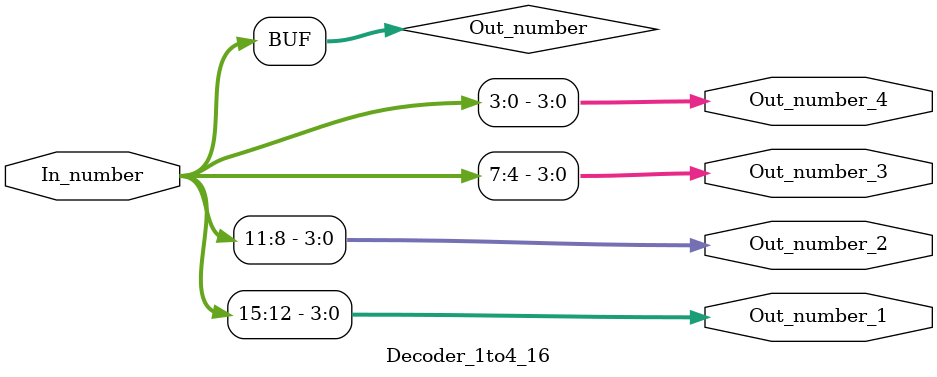
<source format=sv>
`timescale 1ns / 1ps


module Decoder_1to4_16(
    input logic [15:0] In_number,
    output logic [3:0] Out_number_1,
    output logic [3:0] Out_number_2,
    output logic [3:0] Out_number_3,
    output logic [3:0] Out_number_4
    );
    
    logic [15:0] Out_number;
    assign Out_number = In_number;
    
    always_comb begin
        Out_number_1 = Out_number[15:12];
        Out_number_2 = Out_number[11:8];
        Out_number_3 = Out_number[7:4];
        Out_number_4 = Out_number[3:0];
    end  
    
endmodule

</source>
